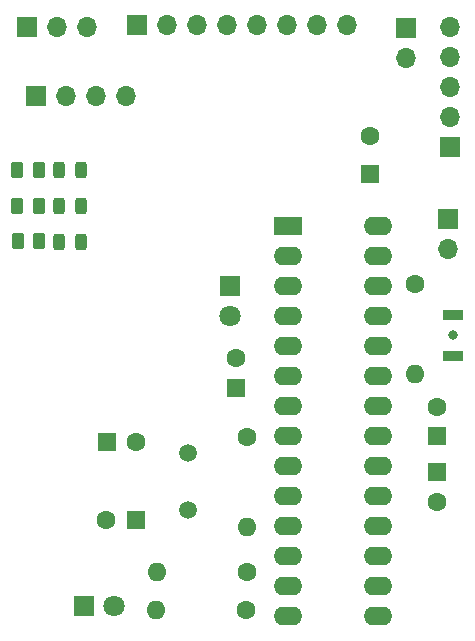
<source format=gts>
G04 #@! TF.GenerationSoftware,KiCad,Pcbnew,8.0.4*
G04 #@! TF.CreationDate,2024-12-03T14:34:08+01:00*
G04 #@! TF.ProjectId,V2,56322e6b-6963-4616-945f-706362585858,rev?*
G04 #@! TF.SameCoordinates,Original*
G04 #@! TF.FileFunction,Soldermask,Top*
G04 #@! TF.FilePolarity,Negative*
%FSLAX46Y46*%
G04 Gerber Fmt 4.6, Leading zero omitted, Abs format (unit mm)*
G04 Created by KiCad (PCBNEW 8.0.4) date 2024-12-03 14:34:08*
%MOMM*%
%LPD*%
G01*
G04 APERTURE LIST*
G04 Aperture macros list*
%AMRoundRect*
0 Rectangle with rounded corners*
0 $1 Rounding radius*
0 $2 $3 $4 $5 $6 $7 $8 $9 X,Y pos of 4 corners*
0 Add a 4 corners polygon primitive as box body*
4,1,4,$2,$3,$4,$5,$6,$7,$8,$9,$2,$3,0*
0 Add four circle primitives for the rounded corners*
1,1,$1+$1,$2,$3*
1,1,$1+$1,$4,$5*
1,1,$1+$1,$6,$7*
1,1,$1+$1,$8,$9*
0 Add four rect primitives between the rounded corners*
20,1,$1+$1,$2,$3,$4,$5,0*
20,1,$1+$1,$4,$5,$6,$7,0*
20,1,$1+$1,$6,$7,$8,$9,0*
20,1,$1+$1,$8,$9,$2,$3,0*%
G04 Aperture macros list end*
%ADD10RoundRect,0.250000X0.262500X0.450000X-0.262500X0.450000X-0.262500X-0.450000X0.262500X-0.450000X0*%
%ADD11R,1.600000X1.600000*%
%ADD12C,1.600000*%
%ADD13RoundRect,0.243750X0.243750X0.456250X-0.243750X0.456250X-0.243750X-0.456250X0.243750X-0.456250X0*%
%ADD14R,1.800000X1.800000*%
%ADD15C,1.800000*%
%ADD16R,1.700000X1.700000*%
%ADD17O,1.700000X1.700000*%
%ADD18C,1.500000*%
%ADD19RoundRect,0.250000X-0.262500X-0.450000X0.262500X-0.450000X0.262500X0.450000X-0.262500X0.450000X0*%
%ADD20O,1.600000X1.600000*%
%ADD21R,2.400000X1.600000*%
%ADD22O,2.400000X1.600000*%
%ADD23C,0.800000*%
%ADD24R,1.700000X0.900000*%
G04 APERTURE END LIST*
D10*
G04 #@! TO.C,R5*
X163132500Y-64110000D03*
X161307500Y-64110000D03*
G04 #@! TD*
D11*
G04 #@! TO.C,C4*
X171280000Y-87740000D03*
D12*
X168780000Y-87740000D03*
G04 #@! TD*
D13*
G04 #@! TO.C,D5*
X166685000Y-58045000D03*
X164810000Y-58045000D03*
G04 #@! TD*
D11*
G04 #@! TO.C,C3*
X168860000Y-81110000D03*
D12*
X171360000Y-81110000D03*
G04 #@! TD*
D13*
G04 #@! TO.C,D3*
X166685000Y-64125000D03*
X164810000Y-64125000D03*
G04 #@! TD*
D14*
G04 #@! TO.C,D1*
X166895000Y-94950000D03*
D15*
X169435000Y-94950000D03*
G04 #@! TD*
D16*
G04 #@! TO.C,J6*
X162085000Y-45990000D03*
D17*
X164625000Y-45990000D03*
X167165000Y-45990000D03*
G04 #@! TD*
D11*
G04 #@! TO.C,C5*
X179750000Y-76515112D03*
D12*
X179750000Y-74015112D03*
G04 #@! TD*
D18*
G04 #@! TO.C,Y1*
X175720000Y-81995000D03*
X175720000Y-86875000D03*
G04 #@! TD*
D16*
G04 #@! TO.C,J5*
X197920000Y-56150000D03*
D17*
X197920000Y-53610000D03*
X197920000Y-51070000D03*
X197920000Y-48530000D03*
X197920000Y-45990000D03*
G04 #@! TD*
D16*
G04 #@! TO.C,J3*
X194210000Y-46025000D03*
D17*
X194210000Y-48565000D03*
G04 #@! TD*
D16*
G04 #@! TO.C,J2*
X162840000Y-51820000D03*
D17*
X165380000Y-51820000D03*
X167920000Y-51820000D03*
X170460000Y-51820000D03*
G04 #@! TD*
D19*
G04 #@! TO.C,R7*
X161275000Y-58040000D03*
X163100000Y-58040000D03*
G04 #@! TD*
D12*
G04 #@! TO.C,R2*
X180670000Y-95300000D03*
D20*
X173050000Y-95300000D03*
G04 #@! TD*
D12*
G04 #@! TO.C,R1*
X180680000Y-92140000D03*
D20*
X173060000Y-92140000D03*
G04 #@! TD*
D11*
G04 #@! TO.C,BZ1*
X191100000Y-58430000D03*
D12*
X191100000Y-55230000D03*
G04 #@! TD*
G04 #@! TO.C,R3*
X180710000Y-80690000D03*
D20*
X180710000Y-88310000D03*
G04 #@! TD*
D11*
G04 #@! TO.C,C1*
X196840000Y-80610000D03*
D12*
X196840000Y-78110000D03*
G04 #@! TD*
D13*
G04 #@! TO.C,D4*
X166685000Y-61085000D03*
X164810000Y-61085000D03*
G04 #@! TD*
D21*
G04 #@! TO.C,U1*
X184170000Y-62835000D03*
D22*
X184170000Y-65375000D03*
X184170000Y-67915000D03*
X184170000Y-70455000D03*
X184170000Y-72995000D03*
X184170000Y-75535000D03*
X184170000Y-78075000D03*
X184170000Y-80615000D03*
X184170000Y-83155000D03*
X184170000Y-85695000D03*
X184170000Y-88235000D03*
X184170000Y-90775000D03*
X184170000Y-93315000D03*
X184170000Y-95855000D03*
X191790000Y-95855000D03*
X191790000Y-93315000D03*
X191790000Y-90775000D03*
X191790000Y-88235000D03*
X191790000Y-85695000D03*
X191790000Y-83155000D03*
X191790000Y-80615000D03*
X191790000Y-78075000D03*
X191790000Y-75535000D03*
X191790000Y-72995000D03*
X191790000Y-70455000D03*
X191790000Y-67915000D03*
X191790000Y-65375000D03*
X191790000Y-62835000D03*
G04 #@! TD*
D14*
G04 #@! TO.C,D2*
X179260000Y-67900000D03*
D15*
X179260000Y-70440000D03*
G04 #@! TD*
D19*
G04 #@! TO.C,R6*
X161285000Y-61080000D03*
X163110000Y-61080000D03*
G04 #@! TD*
D16*
G04 #@! TO.C,J1*
X171390000Y-45780000D03*
D17*
X173930000Y-45780000D03*
X176470000Y-45780000D03*
X179010000Y-45780000D03*
X181550000Y-45780000D03*
X184090000Y-45780000D03*
X186630000Y-45780000D03*
X189170000Y-45780000D03*
G04 #@! TD*
D12*
G04 #@! TO.C,R4*
X194930000Y-67710000D03*
D20*
X194930000Y-75330000D03*
G04 #@! TD*
D16*
G04 #@! TO.C,J7*
X197740000Y-62240000D03*
D17*
X197740000Y-64780000D03*
G04 #@! TD*
D23*
G04 #@! TO.C,SW1*
X198190000Y-72080000D03*
D24*
X198190000Y-73780000D03*
X198190000Y-70380000D03*
G04 #@! TD*
D11*
G04 #@! TO.C,C2*
X196820000Y-83670000D03*
D12*
X196820000Y-86170000D03*
G04 #@! TD*
M02*

</source>
